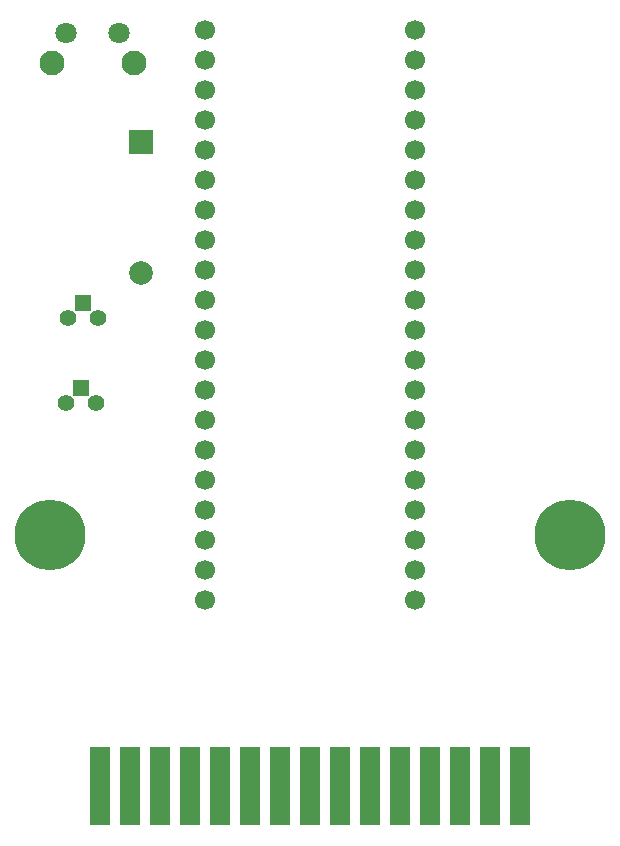
<source format=gbr>
G04 DipTrace 3.3.1.3*
G04 TopMask.gbr*
%MOIN*%
G04 #@! TF.FileFunction,Soldermask,Top*
G04 #@! TF.Part,Single*
%ADD21C,0.070866*%
%ADD29C,0.23622*%
%ADD37C,0.066929*%
%ADD38C,0.082677*%
%ADD40C,0.055118*%
%ADD42C,0.07874*%
%ADD43R,0.07874X0.07874*%
%ADD45R,0.055118X0.055118*%
%ADD47R,0.066929X0.26378*%
%FSLAX26Y26*%
G04*
G70*
G90*
G75*
G01*
G04 TopMask*
%LPD*%
D47*
X746850Y559235D3*
X846850D3*
X946850D3*
X1046850D3*
X1146850D3*
X1246850D3*
X1346850D3*
X1446850D3*
X1546850D3*
X1646850D3*
X1746850D3*
X1846850D3*
X1946850D3*
X2046850D3*
X2146850D3*
D43*
X884350Y2706134D3*
D42*
Y2271095D3*
D29*
X580709Y1395898D3*
X2312992D3*
D40*
X640600Y2118733D3*
D45*
X690600Y2168733D3*
D40*
X740600Y2118733D3*
X634350Y1837483D3*
D45*
X684350Y1887483D3*
D40*
X734350Y1837483D3*
D21*
X634350Y3068731D3*
X811516D3*
D38*
X585138Y2970306D3*
X860728D3*
D37*
X1096850Y1178935D3*
Y1278935D3*
Y1378935D3*
Y1478935D3*
Y1578935D3*
Y1678935D3*
Y1778935D3*
Y1878935D3*
Y1978935D3*
Y2078935D3*
Y2178935D3*
Y2278935D3*
Y2378935D3*
Y2478935D3*
Y2578935D3*
Y2678935D3*
Y2778935D3*
Y2878935D3*
Y2978935D3*
Y3078935D3*
X1796850D3*
Y2978935D3*
Y2878935D3*
Y2778935D3*
Y2678935D3*
Y2578935D3*
Y2478935D3*
Y2378935D3*
Y2278935D3*
Y2178935D3*
Y2078935D3*
Y1978935D3*
Y1878935D3*
Y1778935D3*
Y1678935D3*
Y1578935D3*
Y1478935D3*
Y1378935D3*
Y1278935D3*
Y1178935D3*
M02*

</source>
